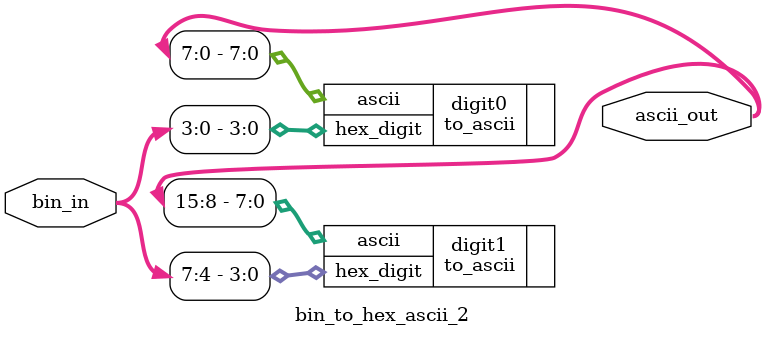
<source format=v>
module bin_to_hex_ascii_2(
    input [7:0] bin_in,         // Valor binario de 32 bits
    output [15:0] ascii_out      // Salida ASCII de 64 bits (8 caracteres x 8 bits)
);
    
    // Mapeo de cada dígito hexadecimal de bin_in a su representación ASCII
    
    to_ascii digit1(.hex_digit(bin_in[7:4]),   .ascii(ascii_out[15:8]));
    to_ascii digit0(.hex_digit(bin_in[3:0]),   .ascii(ascii_out[7:0]));

endmodule

</source>
